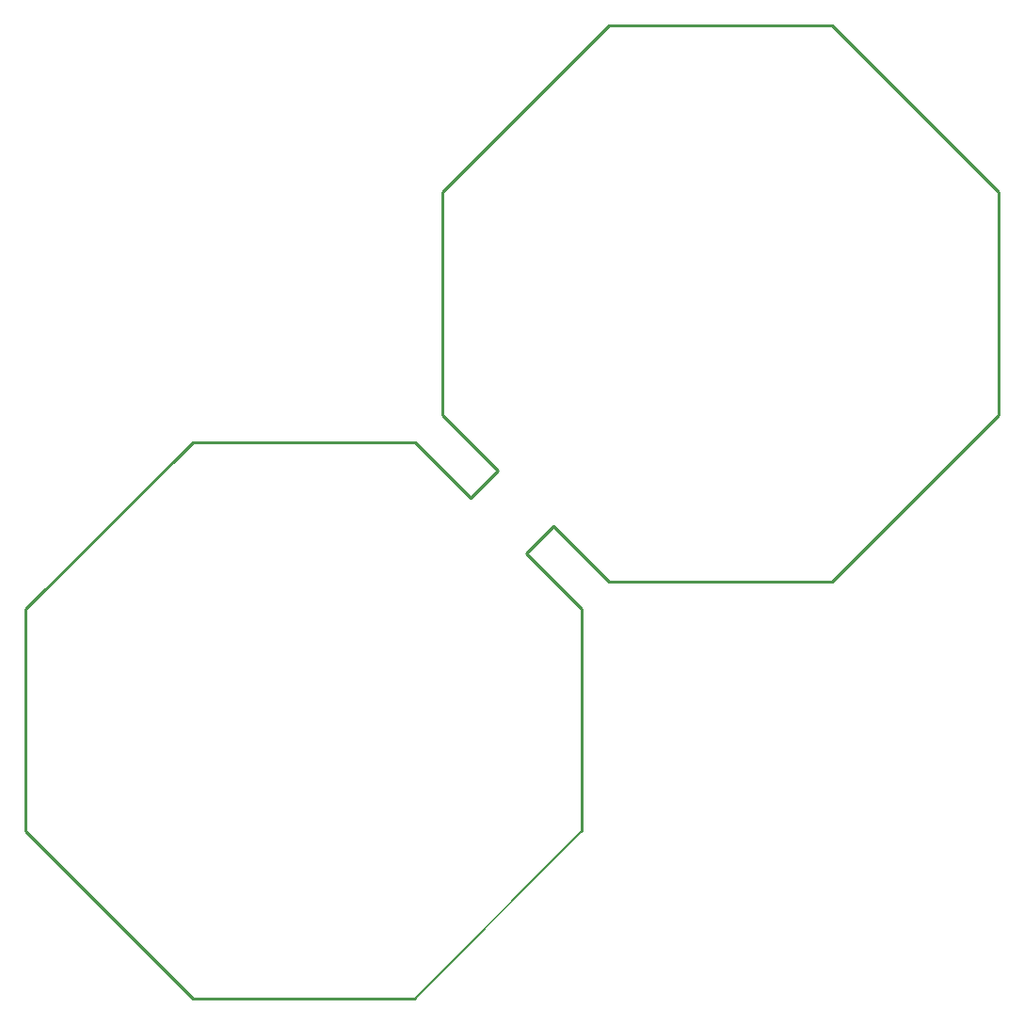
<source format=gko>
G04 Layer_Color=16711935*
%FSLAX44Y44*%
%MOMM*%
G71*
G01*
G75*
%ADD44C,0.1524*%
%ADD46C,0.2540*%
D44*
X350000Y0D02*
X500000Y150000D01*
D46*
X118750Y31250D02*
X150000Y0D01*
Y-0D02*
X350000D01*
X500000Y150000D02*
Y350000D01*
X0Y350000D02*
X150000Y500000D01*
X150000D02*
X350000D01*
X525000Y375000D02*
X725000D01*
X375000Y525000D02*
Y725000D01*
X875000Y525000D02*
Y725000D01*
X525000Y875000D02*
X725000D01*
X725000Y375000D02*
X875000Y525000D01*
X375000Y725000D02*
X525000Y875000D01*
X725000D02*
X875000Y725000D01*
X0Y150000D02*
Y350000D01*
Y150000D02*
X118750Y31250D01*
X500000Y350000D02*
X500000D01*
X525000Y375000D02*
Y375000D01*
X375000Y525000D02*
Y525000D01*
Y525000D02*
X425000Y475000D01*
X400000Y450000D02*
X425000Y475000D01*
X400000Y450000D02*
Y450000D01*
X350000Y500000D02*
X400000Y450000D01*
X450000Y400000D02*
X475000Y425000D01*
X450000Y400000D02*
X450000D01*
X500000Y350000D01*
X525000Y375000D02*
X525000D01*
X475000Y425000D02*
X525000Y375000D01*
M02*

</source>
